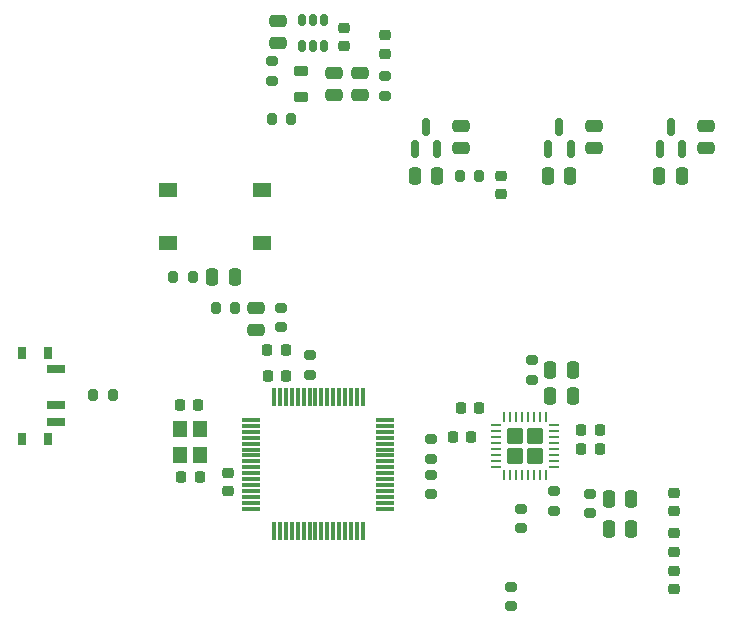
<source format=gbr>
%TF.GenerationSoftware,KiCad,Pcbnew,8.0.0*%
%TF.CreationDate,2024-03-06T15:24:16+01:00*%
%TF.ProjectId,EffectsPaddleBoard,45666665-6374-4735-9061-64646c65426f,rev?*%
%TF.SameCoordinates,Original*%
%TF.FileFunction,Paste,Top*%
%TF.FilePolarity,Positive*%
%FSLAX46Y46*%
G04 Gerber Fmt 4.6, Leading zero omitted, Abs format (unit mm)*
G04 Created by KiCad (PCBNEW 8.0.0) date 2024-03-06 15:24:16*
%MOMM*%
%LPD*%
G01*
G04 APERTURE LIST*
G04 Aperture macros list*
%AMRoundRect*
0 Rectangle with rounded corners*
0 $1 Rounding radius*
0 $2 $3 $4 $5 $6 $7 $8 $9 X,Y pos of 4 corners*
0 Add a 4 corners polygon primitive as box body*
4,1,4,$2,$3,$4,$5,$6,$7,$8,$9,$2,$3,0*
0 Add four circle primitives for the rounded corners*
1,1,$1+$1,$2,$3*
1,1,$1+$1,$4,$5*
1,1,$1+$1,$6,$7*
1,1,$1+$1,$8,$9*
0 Add four rect primitives between the rounded corners*
20,1,$1+$1,$2,$3,$4,$5,0*
20,1,$1+$1,$4,$5,$6,$7,0*
20,1,$1+$1,$6,$7,$8,$9,0*
20,1,$1+$1,$8,$9,$2,$3,0*%
G04 Aperture macros list end*
%ADD10RoundRect,0.200000X-0.275000X0.200000X-0.275000X-0.200000X0.275000X-0.200000X0.275000X0.200000X0*%
%ADD11RoundRect,0.225000X0.250000X-0.225000X0.250000X0.225000X-0.250000X0.225000X-0.250000X-0.225000X0*%
%ADD12RoundRect,0.218750X0.256250X-0.218750X0.256250X0.218750X-0.256250X0.218750X-0.256250X-0.218750X0*%
%ADD13RoundRect,0.250000X-0.250000X-0.475000X0.250000X-0.475000X0.250000X0.475000X-0.250000X0.475000X0*%
%ADD14RoundRect,0.250000X0.475000X-0.250000X0.475000X0.250000X-0.475000X0.250000X-0.475000X-0.250000X0*%
%ADD15RoundRect,0.225000X-0.225000X-0.250000X0.225000X-0.250000X0.225000X0.250000X-0.225000X0.250000X0*%
%ADD16RoundRect,0.075000X-0.700000X-0.075000X0.700000X-0.075000X0.700000X0.075000X-0.700000X0.075000X0*%
%ADD17RoundRect,0.075000X-0.075000X-0.700000X0.075000X-0.700000X0.075000X0.700000X-0.075000X0.700000X0*%
%ADD18RoundRect,0.250000X-0.455000X-0.455000X0.455000X-0.455000X0.455000X0.455000X-0.455000X0.455000X0*%
%ADD19RoundRect,0.062500X-0.337500X-0.062500X0.337500X-0.062500X0.337500X0.062500X-0.337500X0.062500X0*%
%ADD20RoundRect,0.062500X-0.062500X-0.337500X0.062500X-0.337500X0.062500X0.337500X-0.062500X0.337500X0*%
%ADD21RoundRect,0.225000X0.225000X0.250000X-0.225000X0.250000X-0.225000X-0.250000X0.225000X-0.250000X0*%
%ADD22RoundRect,0.200000X0.275000X-0.200000X0.275000X0.200000X-0.275000X0.200000X-0.275000X-0.200000X0*%
%ADD23RoundRect,0.200000X-0.200000X-0.275000X0.200000X-0.275000X0.200000X0.275000X-0.200000X0.275000X0*%
%ADD24RoundRect,0.175000X-0.175000X0.325000X-0.175000X-0.325000X0.175000X-0.325000X0.175000X0.325000X0*%
%ADD25RoundRect,0.218750X-0.381250X0.218750X-0.381250X-0.218750X0.381250X-0.218750X0.381250X0.218750X0*%
%ADD26R,0.800000X1.000000*%
%ADD27R,1.500000X0.700000*%
%ADD28R,1.200000X1.400000*%
%ADD29R,1.550000X1.300000*%
%ADD30RoundRect,0.150000X0.150000X-0.587500X0.150000X0.587500X-0.150000X0.587500X-0.150000X-0.587500X0*%
%ADD31RoundRect,0.200000X0.200000X0.275000X-0.200000X0.275000X-0.200000X-0.275000X0.200000X-0.275000X0*%
%ADD32RoundRect,0.250000X-0.475000X0.250000X-0.475000X-0.250000X0.475000X-0.250000X0.475000X0.250000X0*%
%ADD33RoundRect,0.218750X-0.218750X-0.256250X0.218750X-0.256250X0.218750X0.256250X-0.218750X0.256250X0*%
%ADD34RoundRect,0.218750X-0.256250X0.218750X-0.256250X-0.218750X0.256250X-0.218750X0.256250X0.218750X0*%
G04 APERTURE END LIST*
D10*
%TO.C,R3*%
X162000000Y-98175000D03*
X162000000Y-99825000D03*
%TD*%
D11*
%TO.C,C37*%
X182600000Y-107700000D03*
X182600000Y-106150000D03*
%TD*%
D10*
%TO.C,R17*%
X172400000Y-102575000D03*
X172400000Y-104225000D03*
%TD*%
D12*
%TO.C,D4*%
X167950000Y-77437500D03*
X167950000Y-75862500D03*
%TD*%
D13*
%TO.C,C22*%
X160600000Y-75850000D03*
X162500000Y-75850000D03*
%TD*%
D14*
%TO.C,C27*%
X156000000Y-69050000D03*
X156000000Y-67150000D03*
%TD*%
D10*
%TO.C,R6*%
X170500000Y-91475000D03*
X170500000Y-93125000D03*
%TD*%
D15*
%TO.C,C11*%
X174725000Y-97366116D03*
X176275000Y-97366116D03*
%TD*%
D16*
%TO.C,U1*%
X146775000Y-96550000D03*
X146775000Y-97050000D03*
X146775000Y-97550000D03*
X146775000Y-98050000D03*
X146775000Y-98550000D03*
X146775000Y-99050000D03*
X146775000Y-99550000D03*
X146775000Y-100050000D03*
X146775000Y-100550000D03*
X146775000Y-101050000D03*
X146775000Y-101550000D03*
X146775000Y-102050000D03*
X146775000Y-102550000D03*
X146775000Y-103050000D03*
X146775000Y-103550000D03*
X146775000Y-104050000D03*
D17*
X148700000Y-105975000D03*
X149200000Y-105975000D03*
X149700000Y-105975000D03*
X150200000Y-105975000D03*
X150700000Y-105975000D03*
X151200000Y-105975000D03*
X151700000Y-105975000D03*
X152200000Y-105975000D03*
X152700000Y-105975000D03*
X153200000Y-105975000D03*
X153700000Y-105975000D03*
X154200000Y-105975000D03*
X154700000Y-105975000D03*
X155200000Y-105975000D03*
X155700000Y-105975000D03*
X156200000Y-105975000D03*
D16*
X158125000Y-104050000D03*
X158125000Y-103550000D03*
X158125000Y-103050000D03*
X158125000Y-102550000D03*
X158125000Y-102050000D03*
X158125000Y-101550000D03*
X158125000Y-101050000D03*
X158125000Y-100550000D03*
X158125000Y-100050000D03*
X158125000Y-99550000D03*
X158125000Y-99050000D03*
X158125000Y-98550000D03*
X158125000Y-98050000D03*
X158125000Y-97550000D03*
X158125000Y-97050000D03*
X158125000Y-96550000D03*
D17*
X156200000Y-94625000D03*
X155700000Y-94625000D03*
X155200000Y-94625000D03*
X154700000Y-94625000D03*
X154200000Y-94625000D03*
X153700000Y-94625000D03*
X153200000Y-94625000D03*
X152700000Y-94625000D03*
X152200000Y-94625000D03*
X151700000Y-94625000D03*
X151200000Y-94625000D03*
X150700000Y-94625000D03*
X150200000Y-94625000D03*
X149700000Y-94625000D03*
X149200000Y-94625000D03*
X148700000Y-94625000D03*
%TD*%
D18*
%TO.C,U3*%
X169075000Y-97875000D03*
X169075000Y-99625000D03*
X170825000Y-97875000D03*
X170825000Y-99625000D03*
D19*
X167500000Y-97000000D03*
X167500000Y-97500000D03*
X167500000Y-98000000D03*
X167500000Y-98500000D03*
X167500000Y-99000000D03*
X167500000Y-99500000D03*
X167500000Y-100000000D03*
X167500000Y-100500000D03*
D20*
X168200000Y-101200000D03*
X168700000Y-101200000D03*
X169200000Y-101200000D03*
X169700000Y-101200000D03*
X170200000Y-101200000D03*
X170700000Y-101200000D03*
X171200000Y-101200000D03*
X171700000Y-101200000D03*
D19*
X172400000Y-100500000D03*
X172400000Y-100000000D03*
X172400000Y-99500000D03*
X172400000Y-99000000D03*
X172400000Y-98500000D03*
X172400000Y-98000000D03*
X172400000Y-97500000D03*
X172400000Y-97000000D03*
D20*
X171700000Y-96300000D03*
X171200000Y-96300000D03*
X170700000Y-96300000D03*
X170200000Y-96300000D03*
X169700000Y-96300000D03*
X169200000Y-96300000D03*
X168700000Y-96300000D03*
X168200000Y-96300000D03*
%TD*%
D21*
%TO.C,C17*%
X166075000Y-95500000D03*
X164525000Y-95500000D03*
%TD*%
D13*
%TO.C,C20*%
X172100000Y-94500000D03*
X174000000Y-94500000D03*
%TD*%
D22*
%TO.C,R10*%
X149300000Y-88700000D03*
X149300000Y-87050000D03*
%TD*%
D14*
%TO.C,C28*%
X153800000Y-69050000D03*
X153800000Y-67150000D03*
%TD*%
D13*
%TO.C,C31*%
X172100000Y-92300000D03*
X174000000Y-92300000D03*
%TD*%
D22*
%TO.C,R11*%
X148500000Y-67825000D03*
X148500000Y-66175000D03*
%TD*%
D14*
%TO.C,C21*%
X164500000Y-73550000D03*
X164500000Y-71650000D03*
%TD*%
D13*
%TO.C,C30*%
X177050000Y-103200000D03*
X178950000Y-103200000D03*
%TD*%
D15*
%TO.C,C9*%
X140725000Y-95300000D03*
X142275000Y-95300000D03*
%TD*%
D23*
%TO.C,R33*%
X140165000Y-84400000D03*
X141815000Y-84400000D03*
%TD*%
D24*
%TO.C,U4*%
X152950000Y-62700000D03*
X152000000Y-62700000D03*
X151050000Y-62700000D03*
X151050000Y-64900000D03*
X152000000Y-64900000D03*
X152950000Y-64900000D03*
%TD*%
D25*
%TO.C,L1*%
X151000000Y-67037500D03*
X151000000Y-69162500D03*
%TD*%
D13*
%TO.C,C26*%
X171850000Y-75850000D03*
X173750000Y-75850000D03*
%TD*%
D11*
%TO.C,C7*%
X144800000Y-102575000D03*
X144800000Y-101025000D03*
%TD*%
D13*
%TO.C,C8*%
X143450000Y-84400000D03*
X145350000Y-84400000D03*
%TD*%
D26*
%TO.C,SW1*%
X129580000Y-90850000D03*
X127370000Y-90850000D03*
X129580000Y-98150000D03*
X127370000Y-98150000D03*
D27*
X130230000Y-92250000D03*
X130230000Y-95250000D03*
X130230000Y-96750000D03*
%TD*%
D14*
%TO.C,C23*%
X185250000Y-73550000D03*
X185250000Y-71650000D03*
%TD*%
D10*
%TO.C,R18*%
X168800000Y-110675000D03*
X168800000Y-112325000D03*
%TD*%
%TO.C,R7*%
X158100000Y-67425000D03*
X158100000Y-69075000D03*
%TD*%
D28*
%TO.C,Y1*%
X140710000Y-97290000D03*
X140710000Y-99490000D03*
X142410000Y-99490000D03*
X142410000Y-97290000D03*
%TD*%
D29*
%TO.C,SW2*%
X139725000Y-77050000D03*
X147675000Y-77050000D03*
X139725000Y-81550000D03*
X147675000Y-81550000D03*
%TD*%
D11*
%TO.C,C38*%
X182600000Y-110875000D03*
X182600000Y-109325000D03*
%TD*%
D30*
%TO.C,U5*%
X181350000Y-73600000D03*
X183250000Y-73600000D03*
X182300000Y-71725000D03*
%TD*%
D13*
%TO.C,C24*%
X181300000Y-75850000D03*
X183200000Y-75850000D03*
%TD*%
D31*
%TO.C,R8*%
X145425000Y-87100000D03*
X143775000Y-87100000D03*
%TD*%
D21*
%TO.C,C10*%
X142400000Y-101400000D03*
X140850000Y-101400000D03*
%TD*%
D15*
%TO.C,C3*%
X148175000Y-92800000D03*
X149725000Y-92800000D03*
%TD*%
D23*
%TO.C,R1*%
X133375000Y-94400000D03*
X135025000Y-94400000D03*
%TD*%
D14*
%TO.C,C47*%
X148999999Y-64650000D03*
X148999999Y-62750000D03*
%TD*%
D32*
%TO.C,C32*%
X147200000Y-87050000D03*
X147200000Y-88950000D03*
%TD*%
D31*
%TO.C,R9*%
X150150000Y-71100000D03*
X148500000Y-71100000D03*
%TD*%
D10*
%TO.C,R2*%
X151700000Y-91075000D03*
X151700000Y-92725000D03*
%TD*%
D15*
%TO.C,C13*%
X174705000Y-99000000D03*
X176255000Y-99000000D03*
%TD*%
D14*
%TO.C,C25*%
X175800000Y-73550000D03*
X175800000Y-71650000D03*
%TD*%
D11*
%TO.C,C29*%
X182600000Y-104275000D03*
X182600000Y-102725000D03*
%TD*%
D33*
%TO.C,D1*%
X148125000Y-90600000D03*
X149700000Y-90600000D03*
%TD*%
D30*
%TO.C,U8*%
X171900000Y-73600000D03*
X173800000Y-73600000D03*
X172850000Y-71725000D03*
%TD*%
D34*
%TO.C,D2*%
X158100000Y-63962500D03*
X158100000Y-65537500D03*
%TD*%
D21*
%TO.C,C15*%
X165375000Y-98000000D03*
X163825000Y-98000000D03*
%TD*%
D11*
%TO.C,C46*%
X154600000Y-64875000D03*
X154600000Y-63325000D03*
%TD*%
D22*
%TO.C,R4*%
X162000000Y-102850000D03*
X162000000Y-101200000D03*
%TD*%
D10*
%TO.C,R16*%
X169600000Y-104075000D03*
X169600000Y-105725000D03*
%TD*%
D22*
%TO.C,R23*%
X175420000Y-104425000D03*
X175420000Y-102775000D03*
%TD*%
D31*
%TO.C,R32*%
X166075000Y-75850000D03*
X164425000Y-75850000D03*
%TD*%
D13*
%TO.C,C19*%
X177050000Y-105800000D03*
X178950000Y-105800000D03*
%TD*%
D30*
%TO.C,U2*%
X160600000Y-73600000D03*
X162500000Y-73600000D03*
X161550000Y-71725000D03*
%TD*%
M02*

</source>
